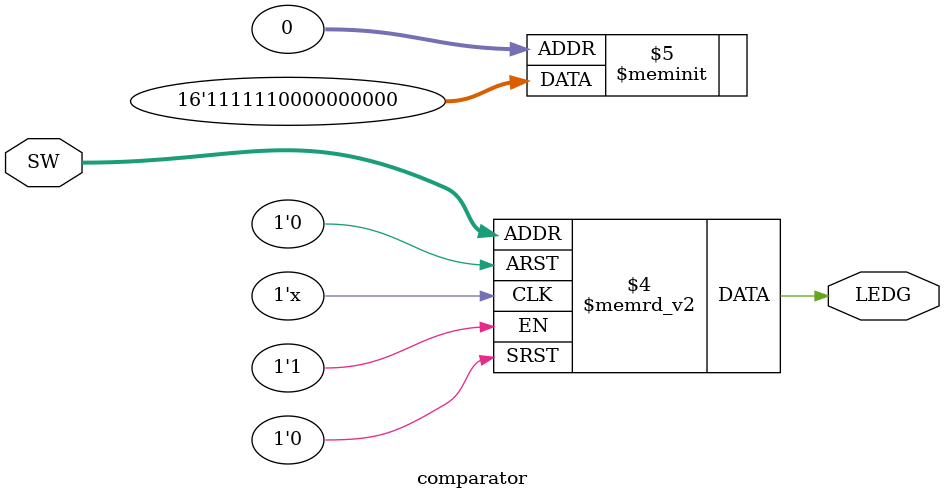
<source format=v>
module comparator(SW,LEDG);

	input [3:0]SW;
	output reg [0:0]LEDG;
	
	
	always @ (SW[3:0])
	
		case (SW[3:0])
			4'd00 : LEDG[0] = 0;
			4'd01 : LEDG[0] = 0;
			4'd02 : LEDG[0] = 0;
			4'd03 : LEDG[0] = 0;
			4'd04 : LEDG[0] = 0;
			4'd05 : LEDG[0] = 0;
			4'd06 : LEDG[0] = 0;
			4'd07 : LEDG[0] = 0;
			4'd08 : LEDG[0] = 0;
			4'd09 : LEDG[0] = 0;
			
			default : LEDG[0] = 1;
		endcase
	
					


	
endmodule
</source>
